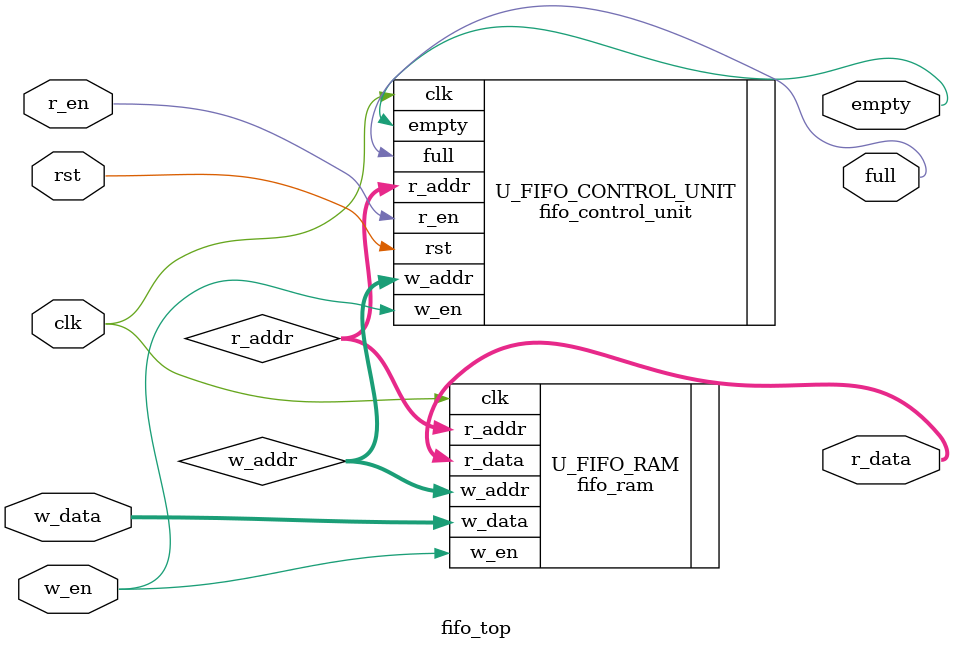
<source format=sv>
`timescale 1ns / 1ps
module fifo_top(
    input logic clk,
    input logic rst,
    input logic w_en,
    input logic r_en,
    input logic [7:0] w_data,
    output logic [7:0] r_data,
    output logic full,
    output logic empty
    );

    logic [2:0] w_addr;
    logic [2:0] r_addr;

    fifo_control_unit #(
        .DEPTH(8)
    ) U_FIFO_CONTROL_UNIT (
        .clk(clk),
        .rst(rst),
        .w_en(w_en),
        .r_en(r_en),
        .full(full),
        .empty(empty),
        .w_addr(w_addr),
        .r_addr(r_addr)
    );

    fifo_ram #(
        .DEPTH(8)
    ) U_FIFO_RAM (
        .clk(clk),
        .w_en(w_en),
        .w_addr(w_addr),
        .w_data(w_data),
        .r_addr(r_addr),
        .r_data(r_data)
    );

endmodule

</source>
